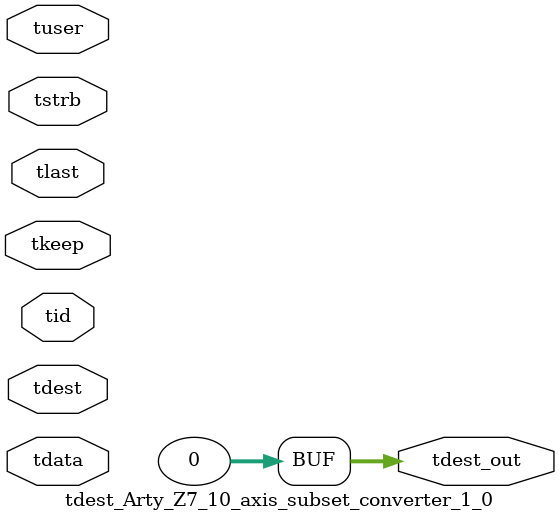
<source format=v>


`timescale 1ps/1ps

module tdest_Arty_Z7_10_axis_subset_converter_1_0 #
(
parameter C_S_AXIS_TDATA_WIDTH = 32,
parameter C_S_AXIS_TUSER_WIDTH = 0,
parameter C_S_AXIS_TID_WIDTH   = 0,
parameter C_S_AXIS_TDEST_WIDTH = 0,
parameter C_M_AXIS_TDEST_WIDTH = 32
)
(
input  [(C_S_AXIS_TDATA_WIDTH == 0 ? 1 : C_S_AXIS_TDATA_WIDTH)-1:0     ] tdata,
input  [(C_S_AXIS_TUSER_WIDTH == 0 ? 1 : C_S_AXIS_TUSER_WIDTH)-1:0     ] tuser,
input  [(C_S_AXIS_TID_WIDTH   == 0 ? 1 : C_S_AXIS_TID_WIDTH)-1:0       ] tid,
input  [(C_S_AXIS_TDEST_WIDTH == 0 ? 1 : C_S_AXIS_TDEST_WIDTH)-1:0     ] tdest,
input  [(C_S_AXIS_TDATA_WIDTH/8)-1:0 ] tkeep,
input  [(C_S_AXIS_TDATA_WIDTH/8)-1:0 ] tstrb,
input                                                                    tlast,
output [C_M_AXIS_TDEST_WIDTH-1:0] tdest_out
);

assign tdest_out = {1'b0};

endmodule


</source>
